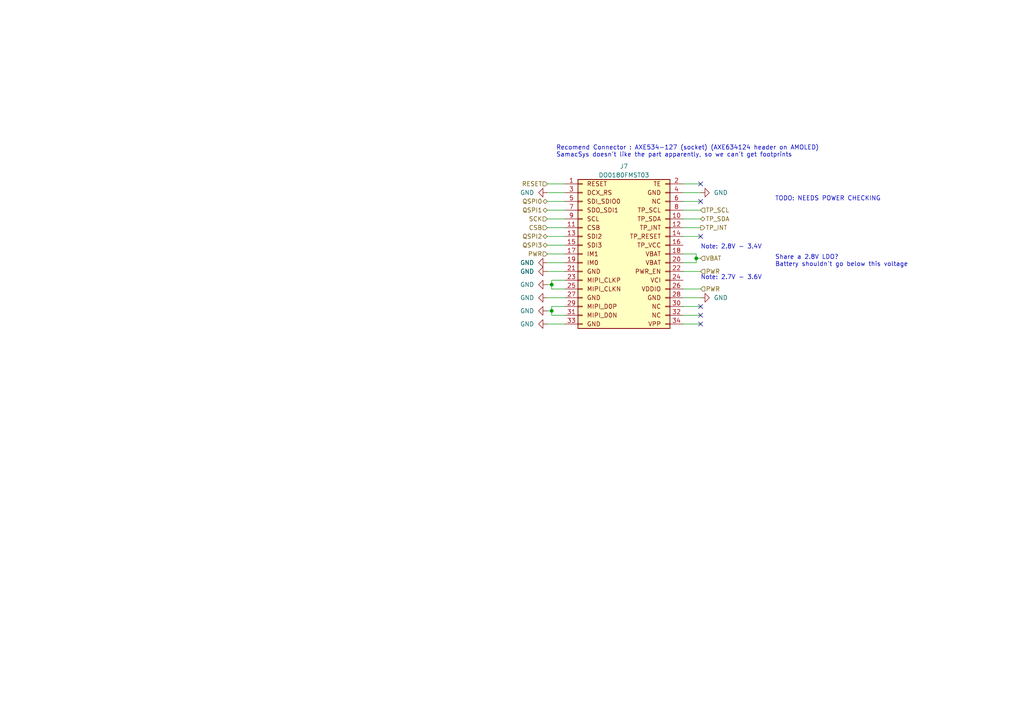
<source format=kicad_sch>
(kicad_sch (version 20230121) (generator eeschema)
  (paper "A4")
  (lib_symbols
    (symbol "SamacSys_Parts:DO0180FMST03" (pin_names (offset 1.016) hide)
      (property "Reference" "J" (at 11.43 22.86 0))
      (property "Value" "DO0180FMST03" (at 11.43 -24.13 0))
      (symbol "DO0180FMST03_1_1"
        (rectangle (start -1.27 -20.193) (end 0 -20.447) (stroke (width 0.1524)))
        (rectangle (start -1.27 -17.653) (end 0 -17.907) (stroke (width 0.1524)))
        (rectangle (start -1.27 -15.113) (end 0 -15.367) (stroke (width 0.1524)))
        (rectangle (start -1.27 -12.573) (end 0 -12.827) (stroke (width 0.1524)))
        (rectangle (start -1.27 -10.033) (end 0 -10.287) (stroke (width 0.1524)))
        (rectangle (start -1.27 -7.493) (end 0 -7.747) (stroke (width 0.1524)))
        (rectangle (start -1.27 -4.953) (end 0 -5.207) (stroke (width 0.1524)))
        (rectangle (start -1.27 -2.413) (end 0 -2.667) (stroke (width 0.1524)))
        (rectangle (start -1.27 0.127) (end 0 -0.127) (stroke (width 0.1524)))
        (rectangle (start -1.27 2.667) (end 0 2.413) (stroke (width 0.1524)))
        (rectangle (start -1.27 5.207) (end 0 4.953) (stroke (width 0.1524)))
        (rectangle (start -1.27 7.747) (end 0 7.493) (stroke (width 0.1524)))
        (rectangle (start -1.27 10.287) (end 0 10.033) (stroke (width 0.1524)))
        (rectangle (start -1.27 12.827) (end 0 12.573) (stroke (width 0.1524)))
        (rectangle (start -1.27 15.367) (end 0 15.113) (stroke (width 0.1524)))
        (rectangle (start -1.27 17.907) (end 0 17.653) (stroke (width 0.1524)))
        (rectangle (start -1.27 20.447) (end 0 20.193) (stroke (width 0.1524)))
        (rectangle (start -1.27 21.59) (end 25.4 -21.59) (stroke (width 0.254)) (fill (type background)))
        (rectangle (start 25.4 -20.193) (end 24.13 -20.447) (stroke (width 0.1524)))
        (rectangle (start 25.4 -17.653) (end 24.13 -17.907) (stroke (width 0.1524)))
        (rectangle (start 25.4 -15.113) (end 24.13 -15.367) (stroke (width 0.1524)))
        (rectangle (start 25.4 -12.573) (end 24.13 -12.827) (stroke (width 0.1524)))
        (rectangle (start 25.4 -10.033) (end 24.13 -10.287) (stroke (width 0.1524)))
        (rectangle (start 25.4 -7.493) (end 24.13 -7.747) (stroke (width 0.1524)))
        (rectangle (start 25.4 -4.953) (end 24.13 -5.207) (stroke (width 0.1524)))
        (rectangle (start 25.4 -2.413) (end 24.13 -2.667) (stroke (width 0.1524)))
        (rectangle (start 25.4 0.127) (end 24.13 -0.127) (stroke (width 0.1524)))
        (rectangle (start 25.4 2.667) (end 24.13 2.413) (stroke (width 0.1524)))
        (rectangle (start 25.4 5.207) (end 24.13 4.953) (stroke (width 0.1524)))
        (rectangle (start 25.4 7.747) (end 24.13 7.493) (stroke (width 0.1524)))
        (rectangle (start 25.4 10.287) (end 24.13 10.033) (stroke (width 0.1524)))
        (rectangle (start 25.4 12.827) (end 24.13 12.573) (stroke (width 0.1524)))
        (rectangle (start 25.4 15.367) (end 24.13 15.113) (stroke (width 0.1524)))
        (rectangle (start 25.4 17.907) (end 24.13 17.653) (stroke (width 0.1524)))
        (rectangle (start 25.4 20.447) (end 24.13 20.193) (stroke (width 0.1524)))
        (text "CSB" (at 1.27 7.62 0) (effects (font (size 1.27 1.27)) (justify left)))
        (text "DCX_RS" (at 1.27 17.78 0) (effects (font (size 1.27 1.27)) (justify left)))
        (text "GND" (at 1.27 -20.32 0) (effects (font (size 1.27 1.27)) (justify left)))
        (text "GND" (at 1.27 -12.7 0) (effects (font (size 1.27 1.27)) (justify left)))
        (text "GND" (at 1.27 -5.08 0) (effects (font (size 1.27 1.27)) (justify left)))
        (text "GND" (at 22.86 -12.7 0) (effects (font (size 1.27 1.27)) (justify right)))
        (text "GND" (at 22.86 17.78 0) (effects (font (size 1.27 1.27)) (justify right)))
        (text "IM0" (at 1.27 -2.54 0) (effects (font (size 1.27 1.27)) (justify left)))
        (text "IM1" (at 1.27 0 0) (effects (font (size 1.27 1.27)) (justify left)))
        (text "MIPI_CLKN" (at 1.27 -10.16 0) (effects (font (size 1.27 1.27)) (justify left)))
        (text "MIPI_CLKP" (at 1.27 -7.62 0) (effects (font (size 1.27 1.27)) (justify left)))
        (text "MIPI_D0N" (at 1.27 -17.78 0) (effects (font (size 1.27 1.27)) (justify left)))
        (text "MIPI_D0P" (at 1.27 -15.24 0) (effects (font (size 1.27 1.27)) (justify left)))
        (text "NC" (at 22.86 -17.78 0) (effects (font (size 1.27 1.27)) (justify right)))
        (text "NC" (at 22.86 -15.24 0) (effects (font (size 1.27 1.27)) (justify right)))
        (text "NC" (at 22.86 15.24 0) (effects (font (size 1.27 1.27)) (justify right)))
        (text "PWR_EN" (at 22.86 -5.08 0) (effects (font (size 1.27 1.27)) (justify right)))
        (text "RESET" (at 1.27 20.32 0) (effects (font (size 1.27 1.27)) (justify left)))
        (text "SCL" (at 1.27 10.16 0) (effects (font (size 1.27 1.27)) (justify left)))
        (text "SDI2" (at 1.27 5.08 0) (effects (font (size 1.27 1.27)) (justify left)))
        (text "SDI3" (at 1.27 2.54 0) (effects (font (size 1.27 1.27)) (justify left)))
        (text "SDI_SDIO0" (at 1.27 15.24 0) (effects (font (size 1.27 1.27)) (justify left)))
        (text "SDO_SDI1" (at 1.27 12.7 0) (effects (font (size 1.27 1.27)) (justify left)))
        (text "TE" (at 22.86 20.32 0) (effects (font (size 1.27 1.27)) (justify right)))
        (text "TP_INT" (at 22.86 7.62 0) (effects (font (size 1.27 1.27)) (justify right)))
        (text "TP_RESET" (at 22.86 5.08 0) (effects (font (size 1.27 1.27)) (justify right)))
        (text "TP_SCL" (at 22.86 12.7 0) (effects (font (size 1.27 1.27)) (justify right)))
        (text "TP_SDA" (at 22.86 10.16 0) (effects (font (size 1.27 1.27)) (justify right)))
        (text "TP_VCC" (at 22.86 2.54 0) (effects (font (size 1.27 1.27)) (justify right)))
        (text "VBAT" (at 22.86 -2.54 0) (effects (font (size 1.27 1.27)) (justify right)))
        (text "VBAT" (at 22.86 0 0) (effects (font (size 1.27 1.27)) (justify right)))
        (text "VCI" (at 22.86 -7.62 0) (effects (font (size 1.27 1.27)) (justify right)))
        (text "VDDIO" (at 22.86 -10.16 0) (effects (font (size 1.27 1.27)) (justify right)))
        (text "VPP" (at 22.86 -20.32 0) (effects (font (size 1.27 1.27)) (justify right)))
        (pin passive line (at -5.08 20.32 0) (length 3.81) (name "Pin_1") (number "1"))
        (pin passive line (at 29.21 10.16 180) (length 3.81) (name "Pin_10") (number "10"))
        (pin passive line (at -5.08 7.62 0) (length 3.81) (name "Pin_11") (number "11"))
        (pin passive line (at 29.21 7.62 180) (length 3.81) (name "Pin_12") (number "12"))
        (pin passive line (at -5.08 5.08 0) (length 3.81) (name "Pin_13") (number "13"))
        (pin passive line (at 29.21 5.08 180) (length 3.81) (name "Pin_14") (number "14"))
        (pin passive line (at -5.08 2.54 0) (length 3.81) (name "Pin_15") (number "15"))
        (pin passive line (at 29.21 2.54 180) (length 3.81) (name "Pin_16") (number "16"))
        (pin passive line (at -5.08 0 0) (length 3.81) (name "Pin_17") (number "17"))
        (pin passive line (at 29.21 0 180) (length 3.81) (name "Pin_18") (number "18"))
        (pin passive line (at -5.08 -2.54 0) (length 3.81) (name "Pin_19") (number "19"))
        (pin passive line (at 29.21 20.32 180) (length 3.81) (name "Pin_2") (number "2"))
        (pin passive line (at 29.21 -2.54 180) (length 3.81) (name "Pin_20") (number "20"))
        (pin passive line (at -5.08 -5.08 0) (length 3.81) (name "Pin_21") (number "21"))
        (pin passive line (at 29.21 -5.08 180) (length 3.81) (name "Pin_22") (number "22"))
        (pin passive line (at -5.08 -7.62 0) (length 3.81) (name "Pin_23") (number "23"))
        (pin passive line (at 29.21 -7.62 180) (length 3.81) (name "Pin_24") (number "24"))
        (pin passive line (at -5.08 -10.16 0) (length 3.81) (name "Pin_25") (number "25"))
        (pin passive line (at 29.21 -10.16 180) (length 3.81) (name "Pin_26") (number "26"))
        (pin passive line (at -5.08 -12.7 0) (length 3.81) (name "Pin_27") (number "27"))
        (pin passive line (at 29.21 -12.7 180) (length 3.81) (name "Pin_28") (number "28"))
        (pin passive line (at -5.08 -15.24 0) (length 3.81) (name "Pin_29") (number "29"))
        (pin passive line (at -5.08 17.78 0) (length 3.81) (name "Pin_3") (number "3"))
        (pin passive line (at 29.21 -15.24 180) (length 3.81) (name "Pin_30") (number "30"))
        (pin passive line (at -5.08 -17.78 0) (length 3.81) (name "Pin_31") (number "31"))
        (pin passive line (at 29.21 -17.78 180) (length 3.81) (name "Pin_32") (number "32"))
        (pin passive line (at -5.08 -20.32 0) (length 3.81) (name "Pin_33") (number "33"))
        (pin passive line (at 29.21 -20.32 180) (length 3.81) (name "Pin_34") (number "34"))
        (pin passive line (at 29.21 17.78 180) (length 3.81) (name "Pin_4") (number "4"))
        (pin passive line (at -5.08 15.24 0) (length 3.81) (name "Pin_5") (number "5"))
        (pin passive line (at 29.21 15.24 180) (length 3.81) (name "Pin_6") (number "6"))
        (pin passive line (at -5.08 12.7 0) (length 3.81) (name "Pin_7") (number "7"))
        (pin passive line (at 29.21 12.7 180) (length 3.81) (name "Pin_8") (number "8"))
        (pin passive line (at -5.08 10.16 0) (length 3.81) (name "Pin_9") (number "9"))
      )
    )
    (symbol "power:GND" (power) (pin_names (offset 0))
      (property "Value" "GND" (at 0 -3.81 0))
      (symbol "GND_0_1"
        (polyline (pts (xy 0 0) (xy 0 -1.27) (xy 1.27 -1.27) (xy 0 -2.54) (xy -1.27 -1.27) (xy 0 -1.27)))
      )
      (symbol "GND_1_1"
        (pin power_in line (at 0 0 270) (length 0) hide (name "GND") (number "1"))
      )
    )
  )
  (junction (at 160.02 82.55))
  (junction (at 160.02 90.17))
  (junction (at 201.93 74.93))
  (no_connect (at 203.2 91.44))
  (no_connect (at 203.2 93.98))
  (no_connect (at 203.2 58.42))
  (no_connect (at 203.2 68.58))
  (no_connect (at 203.2 88.9))
  (no_connect (at 203.2 53.34))
  (wire (pts (xy 203.2 91.44) (xy 198.12 91.44)))
  (wire (pts (xy 158.75 58.42) (xy 163.83 58.42)))
  (wire (pts (xy 198.12 66.04) (xy 203.2 66.04)))
  (wire (pts (xy 158.75 66.04) (xy 163.83 66.04)))
  (wire (pts (xy 198.12 60.96) (xy 203.2 60.96)))
  (wire (pts (xy 158.75 73.66) (xy 163.83 73.66)))
  (wire (pts (xy 158.75 82.55) (xy 160.02 82.55)))
  (wire (pts (xy 158.75 76.2) (xy 163.83 76.2)))
  (wire (pts (xy 158.75 55.88) (xy 163.83 55.88)))
  (wire (pts (xy 198.12 55.88) (xy 203.2 55.88)))
  (wire (pts (xy 160.02 82.55) (xy 160.02 83.82)))
  (wire (pts (xy 203.2 93.98) (xy 198.12 93.98)))
  (wire (pts (xy 158.75 71.12) (xy 163.83 71.12)))
  (wire (pts (xy 201.93 73.66) (xy 201.93 74.93)))
  (wire (pts (xy 158.75 53.34) (xy 163.83 53.34)))
  (wire (pts (xy 198.12 83.82) (xy 203.2 83.82)))
  (wire (pts (xy 160.02 91.44) (xy 163.83 91.44)))
  (wire (pts (xy 201.93 74.93) (xy 201.93 76.2)))
  (wire (pts (xy 158.75 78.74) (xy 163.83 78.74)))
  (wire (pts (xy 201.93 76.2) (xy 198.12 76.2)))
  (wire (pts (xy 158.75 63.5) (xy 163.83 63.5)))
  (wire (pts (xy 160.02 83.82) (xy 163.83 83.82)))
  (wire (pts (xy 198.12 86.36) (xy 203.2 86.36)))
  (wire (pts (xy 198.12 63.5) (xy 203.2 63.5)))
  (wire (pts (xy 203.2 88.9) (xy 198.12 88.9)))
  (wire (pts (xy 158.75 60.96) (xy 163.83 60.96)))
  (wire (pts (xy 160.02 90.17) (xy 160.02 91.44)))
  (wire (pts (xy 158.75 93.98) (xy 163.83 93.98)))
  (wire (pts (xy 203.2 68.58) (xy 198.12 68.58)))
  (wire (pts (xy 160.02 90.17) (xy 160.02 88.9)))
  (wire (pts (xy 160.02 81.28) (xy 163.83 81.28)))
  (wire (pts (xy 201.93 74.93) (xy 203.2 74.93)))
  (wire (pts (xy 203.2 53.34) (xy 198.12 53.34)))
  (wire (pts (xy 160.02 82.55) (xy 160.02 81.28)))
  (wire (pts (xy 198.12 78.74) (xy 203.2 78.74)))
  (wire (pts (xy 201.93 73.66) (xy 198.12 73.66)))
  (wire (pts (xy 158.75 90.17) (xy 160.02 90.17)))
  (wire (pts (xy 158.75 86.36) (xy 163.83 86.36)))
  (wire (pts (xy 160.02 88.9) (xy 163.83 88.9)))
  (wire (pts (xy 158.75 68.58) (xy 163.83 68.58)))
  (wire (pts (xy 203.2 58.42) (xy 198.12 58.42)))
  (text "Share a 2.8V LDO?\nBattery shouldn't go below this voltage" (at 224.79 77.47 0) (effects (font (size 1.27 1.27)) (justify left bottom)))
  (text "Note: 2.7V - 3.6V" (at 203.2 81.28 0) (effects (font (size 1.27 1.27)) (justify left bottom)))
  (text "Recomend Connector : AXE534-127 (socket) (AXE634124 header on AMOLED)\nSamacSys doesn't like the part apparently, so we can't get footprints" (at 161.29 45.72 0) (effects (font (size 1.27 1.27)) (justify left bottom)))
  (text "Note: 2.8V - 3.4V" (at 203.2 72.39 0) (effects (font (size 1.27 1.27)) (justify left bottom)))
  (text "TODO: NEEDS POWER CHECKING" (at 224.79 58.42 0) (effects (font (size 1.27 1.27)) (justify left bottom)))
  (hierarchical_label "RESET" (shape input) (at 158.75 53.34 180))
  (hierarchical_label "SCK" (shape input) (at 158.75 63.5 180))
  (hierarchical_label "QSPI2" (shape bidirectional) (at 158.75 68.58 180))
  (hierarchical_label "TP_SCL" (shape input) (at 203.2 60.96 0))
  (hierarchical_label "QSPI1" (shape bidirectional) (at 158.75 60.96 180))
  (hierarchical_label "PWR" (shape input) (at 203.2 78.74 0))
  (hierarchical_label "QSPI3" (shape bidirectional) (at 158.75 71.12 180))
  (hierarchical_label "CSB" (shape input) (at 158.75 66.04 180))
  (hierarchical_label "QSPI0" (shape bidirectional) (at 158.75 58.42 180))
  (hierarchical_label "PWR" (shape input) (at 203.2 83.82 0))
  (hierarchical_label "TP_INT" (shape output) (at 203.2 66.04 0))
  (hierarchical_label "VBAT" (shape input) (at 203.2 74.93 0))
  (hierarchical_label "PWR" (shape input) (at 158.75 73.66 180))
  (hierarchical_label "TP_SDA" (shape bidirectional) (at 203.2 63.5 0))
  (symbol (lib_id "power:GND") (at 158.75 93.98 270) (unit 1)
    (property "Reference" "#PWR031" (effects hide))
    (property "Value" "GND" (at 154.94 93.98 90) (effects (justify right)))
  )
  (symbol (lib_id "SamacSys_Parts:DO0180FMST03") (at 168.91 73.66 0) (unit 1)
    (property "Reference" "J7" (at 180.975 48.26 0))
    (property "Value" "DO0180FMST03" (at 180.975 50.8 0))
  )
  (symbol (lib_id "power:GND") (at 158.75 82.55 270) (unit 1)
    (property "Reference" "#PWR028" (effects hide))
    (property "Value" "GND" (at 154.94 82.55 90) (effects (justify right)))
  )
  (symbol (lib_id "power:GND") (at 158.75 55.88 270) (unit 1)
    (property "Reference" "#PWR013" (effects hide))
    (property "Value" "GND" (at 154.94 55.88 90) (effects (justify right)))
  )
  (symbol (lib_id "power:GND") (at 203.2 55.88 90) (unit 1)
    (property "Reference" "#PWR032" (effects hide))
    (property "Value" "GND" (at 207.01 55.88 90) (effects (justify right)))
  )
  (symbol (lib_id "power:GND") (at 158.75 76.2 270) (unit 1)
    (property "Reference" "#PWR017" (effects hide))
    (property "Value" "GND" (at 154.94 76.2 90) (effects (justify right)))
  )
  (symbol (lib_id "power:GND") (at 158.75 86.36 270) (unit 1)
    (property "Reference" "#PWR029" (effects hide))
    (property "Value" "GND" (at 154.94 86.36 90) (effects (justify right)))
  )
  (symbol (lib_id "power:GND") (at 158.75 90.17 270) (unit 1)
    (property "Reference" "#PWR030" (effects hide))
    (property "Value" "GND" (at 154.94 90.17 90) (effects (justify right)))
  )
  (symbol (lib_id "power:GND") (at 158.75 78.74 270) (unit 1)
    (property "Reference" "#PWR027" (effects hide))
    (property "Value" "GND" (at 154.94 78.74 90) (effects (justify right)))
  )
  (symbol (lib_id "power:GND") (at 203.2 86.36 90) (unit 1)
    (property "Reference" "#PWR033" (effects hide))
    (property "Value" "GND" (at 207.01 86.36 90) (effects (justify right)))
  )
)
</source>
